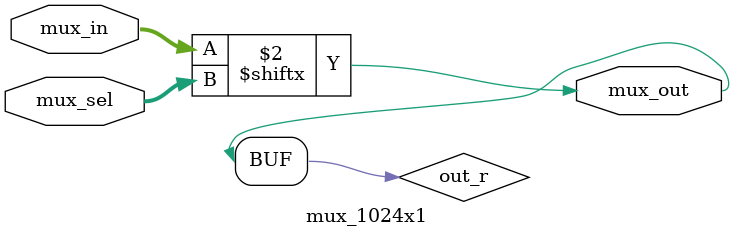
<source format=v>
`timescale 1ns / 1ps

module mux_1024x1
	#(parameter size_i = 1024,
							size_s = 10)
	(input [size_i - 1:0] mux_in,
	 input [size_s - 1:0] mux_sel,
	 output mux_out
	);

	reg out_r;

	assign mux_out = out_r;

	always @(*) begin

	 	out_r = mux_in[mux_sel];

	end

endmodule

</source>
